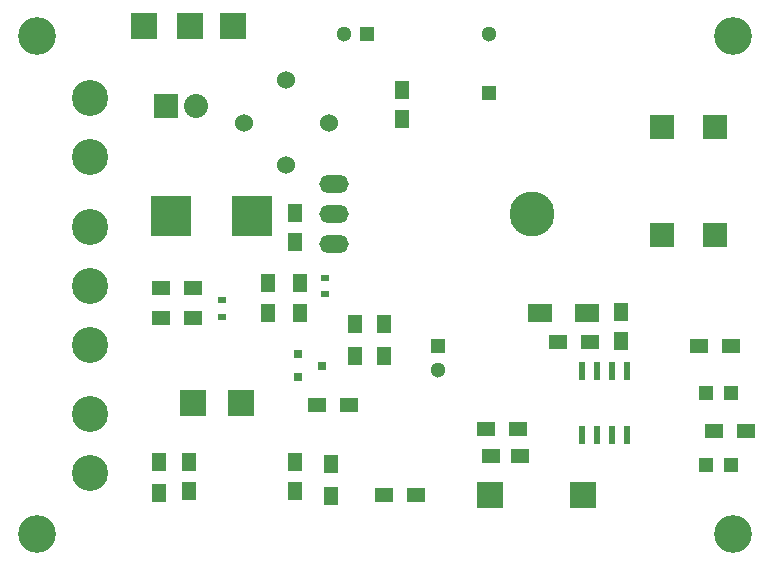
<source format=gts>
G04 #@! TF.FileFunction,Soldermask,Top*
%FSLAX46Y46*%
G04 Gerber Fmt 4.6, Leading zero omitted, Abs format (unit mm)*
G04 Created by KiCad (PCBNEW 4.0.0-2.201512072331+6194~38~ubuntu14.04.1-stable) date Mon 13 Jun 2016 09:22:46 PM CEST*
%MOMM*%
G01*
G04 APERTURE LIST*
%ADD10C,0.100000*%
%ADD11R,1.500000X1.300000*%
%ADD12R,2.235200X2.235200*%
%ADD13C,3.048000*%
%ADD14R,2.108200X2.108200*%
%ADD15C,3.200000*%
%ADD16R,1.300000X1.300000*%
%ADD17C,1.300000*%
%ADD18R,1.300000X1.500000*%
%ADD19R,1.250000X1.500000*%
%ADD20R,0.600000X1.550000*%
%ADD21R,1.500000X1.250000*%
%ADD22R,2.000000X1.600000*%
%ADD23C,1.524000*%
%ADD24R,1.198880X1.198880*%
%ADD25R,0.700000X0.600000*%
%ADD26R,0.800100X0.800100*%
%ADD27R,2.032000X2.032000*%
%ADD28O,2.032000X2.032000*%
%ADD29R,3.500000X3.500000*%
%ADD30O,2.499360X1.501140*%
%ADD31C,3.799840*%
G04 APERTURE END LIST*
D10*
D11*
X144065000Y-94742000D03*
X146765000Y-94742000D03*
D12*
X171958000Y-109728000D03*
D13*
X138049000Y-76113000D03*
X138049000Y-81113000D03*
D14*
X190969900Y-78625700D03*
X190969900Y-87744300D03*
X186474100Y-78625700D03*
X186474100Y-87744300D03*
D15*
X192532000Y-113030000D03*
D16*
X171831000Y-75692000D03*
D17*
X171831000Y-70692000D03*
D15*
X133604000Y-70866000D03*
D18*
X160528000Y-97997000D03*
X160528000Y-95297000D03*
D19*
X183007000Y-94254000D03*
X183007000Y-96754000D03*
D15*
X192532000Y-70866000D03*
D19*
X164465000Y-75458000D03*
X164465000Y-77958000D03*
D20*
X179705000Y-104681000D03*
X180975000Y-104681000D03*
X182245000Y-104681000D03*
X183515000Y-104681000D03*
X183515000Y-99281000D03*
X182245000Y-99281000D03*
X180975000Y-99281000D03*
X179705000Y-99281000D03*
D19*
X155448000Y-88372000D03*
X155448000Y-85872000D03*
D16*
X161544000Y-70739000D03*
D17*
X159544000Y-70739000D03*
D21*
X174478000Y-106426000D03*
X171978000Y-106426000D03*
D19*
X153162000Y-91841000D03*
X153162000Y-94341000D03*
X155829000Y-91841000D03*
X155829000Y-94341000D03*
D16*
X167513000Y-97155000D03*
D17*
X167513000Y-99155000D03*
D22*
X180181000Y-94361000D03*
X176181000Y-94361000D03*
D23*
X151093898Y-78232000D03*
X154686000Y-74639898D03*
X158278102Y-78232000D03*
X154686000Y-81824102D03*
D24*
X190212980Y-107188000D03*
X192311020Y-107188000D03*
D25*
X157988000Y-91375000D03*
X157988000Y-92775000D03*
D24*
X190212980Y-101092000D03*
X192311020Y-101092000D03*
D25*
X149225000Y-93280000D03*
X149225000Y-94680000D03*
D13*
X138049000Y-102910000D03*
X138049000Y-107910000D03*
D26*
X155717240Y-97856000D03*
X155717240Y-99756000D03*
X157716220Y-98806000D03*
D11*
X193577200Y-104343200D03*
X190877200Y-104343200D03*
X171624000Y-104140000D03*
X174324000Y-104140000D03*
X177720000Y-96774000D03*
X180420000Y-96774000D03*
X157273000Y-102108000D03*
X159973000Y-102108000D03*
X189658000Y-97155000D03*
X192358000Y-97155000D03*
X146765000Y-92202000D03*
X144065000Y-92202000D03*
D18*
X162941000Y-95297000D03*
X162941000Y-97997000D03*
D27*
X144526000Y-76860400D03*
D28*
X147066000Y-76860400D03*
D15*
X133604000Y-113030000D03*
D13*
X138049000Y-87035000D03*
X138049000Y-92035000D03*
X138049000Y-97035000D03*
D29*
X151739600Y-86106000D03*
X144932400Y-86106000D03*
D12*
X146812000Y-101981000D03*
X146507200Y-70053200D03*
X150164800Y-70053200D03*
X179832000Y-109728000D03*
X150876000Y-101981000D03*
X142595600Y-70053200D03*
D11*
X162975300Y-109766100D03*
X165675300Y-109766100D03*
D18*
X158457900Y-109820700D03*
X158457900Y-107120700D03*
X143903700Y-106930200D03*
X143903700Y-109630200D03*
X155452200Y-109429000D03*
X155452200Y-106979000D03*
X146452200Y-106979000D03*
X146452200Y-109429000D03*
D30*
X158750000Y-85979000D03*
X158750000Y-83439000D03*
X158750000Y-88519000D03*
D31*
X175514000Y-85979000D03*
M02*

</source>
